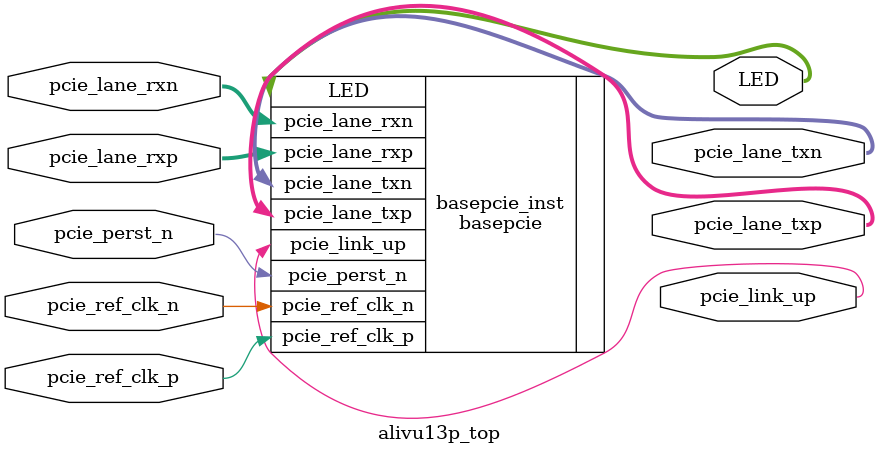
<source format=v>



module alivu13p_top(
	input  [   0:0] pcie_ref_clk_p      ,
	input  [   0:0] pcie_ref_clk_n      ,
	input  [  15:0] pcie_lane_rxp       ,
	input  [  15:0] pcie_lane_rxn       ,
	output [  15:0] pcie_lane_txp       ,
	output [  15:0] pcie_lane_txn       ,
	input           pcie_perst_n        ,
	output          pcie_link_up        ,
	output [   7:0] LED
);




basepcie basepcie_inst (
	.LED            (LED            ),
    .pcie_lane_rxn  (pcie_lane_rxn  ),
    .pcie_lane_rxp  (pcie_lane_rxp  ),
    .pcie_lane_txn  (pcie_lane_txn  ),
    .pcie_lane_txp  (pcie_lane_txp  ),
    .pcie_link_up   (pcie_link_up   ),
    .pcie_perst_n   (pcie_perst_n   ),
    .pcie_ref_clk_n (pcie_ref_clk_n ),
    .pcie_ref_clk_p (pcie_ref_clk_p ) 
);
endmodule


</source>
